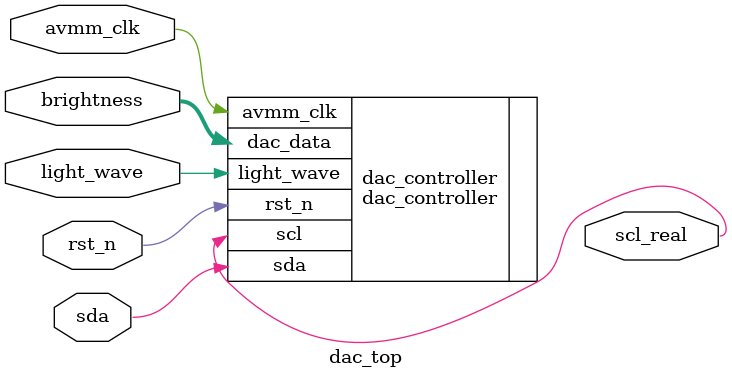
<source format=v>
`timescale 1ns / 1ps
module dac_top(
input  											    avmm_clk,
input  											    rst_n,
input												light_wave,
input  [9:0]         						        brightness,

output											    scl_real,
inout												sda
);

dac_controller dac_controller (
.avmm_clk  											(avmm_clk), 
.rst_n  											(rst_n), 
.light_wave										    (light_wave),
.dac_data  										    (brightness), //dac_data
.scl  											    (scl_real), 
.sda  											    (sda)
);

endmodule

</source>
